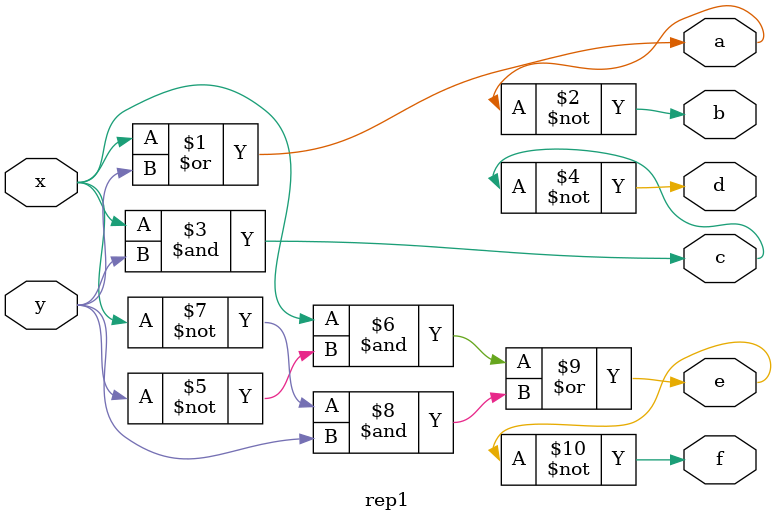
<source format=v>
module rep1(x,y,a,b,c,d,e,f);
	input x,y;
	output a,b,c,d,e,f;
	assign a =  x | y;
	assign b = 	~a;
	assign c =  x & y;
	assign d =  ~c;
	assign e = (x&~y)|(~x&y);
	assign f = ~e;
endmodule

</source>
